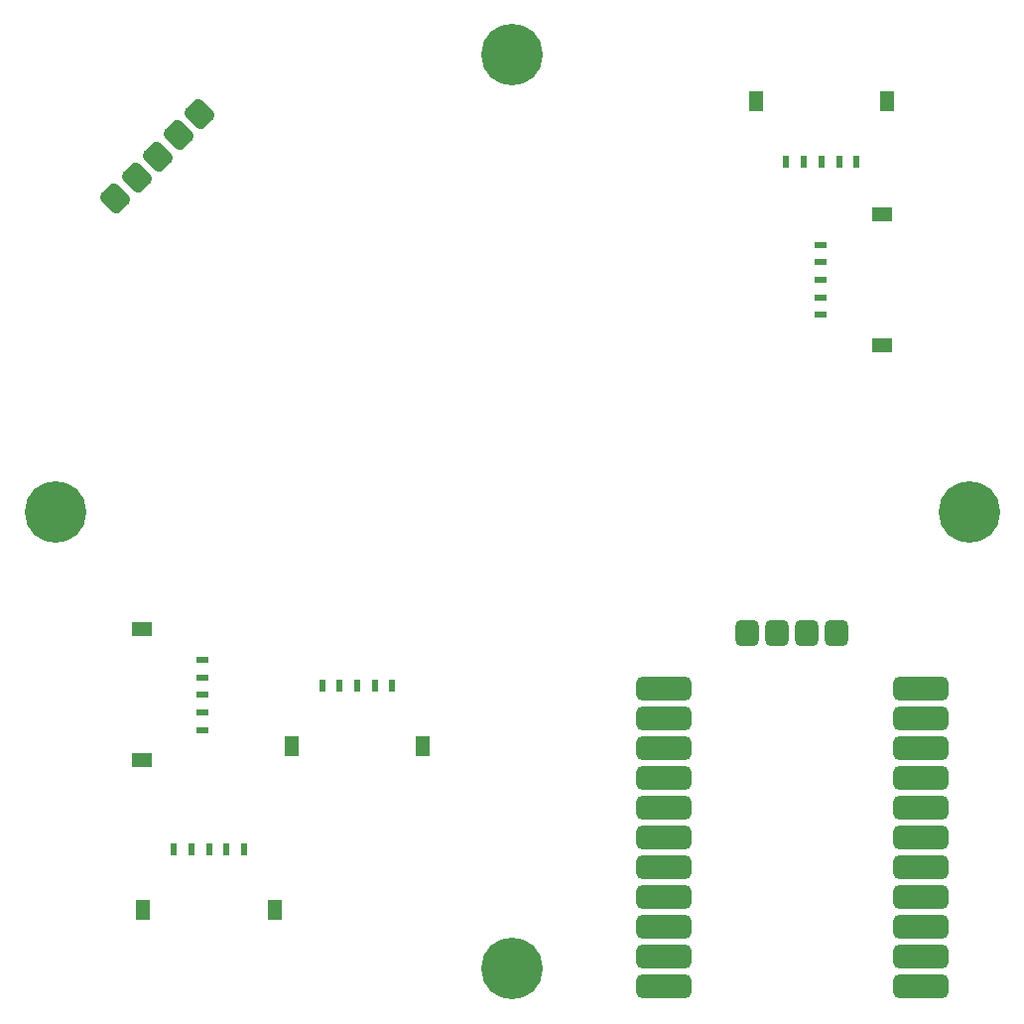
<source format=gbr>
%TF.GenerationSoftware,KiCad,Pcbnew,8.0.2-1*%
%TF.CreationDate,2024-05-28T20:36:57-07:00*%
%TF.ProjectId,solar-panel-side-Z,736f6c61-722d-4706-916e-656c2d736964,3.1*%
%TF.SameCoordinates,Original*%
%TF.FileFunction,Soldermask,Bot*%
%TF.FilePolarity,Negative*%
%FSLAX46Y46*%
G04 Gerber Fmt 4.6, Leading zero omitted, Abs format (unit mm)*
G04 Created by KiCad (PCBNEW 8.0.2-1) date 2024-05-28 20:36:57*
%MOMM*%
%LPD*%
G01*
G04 APERTURE LIST*
G04 Aperture macros list*
%AMRoundRect*
0 Rectangle with rounded corners*
0 $1 Rounding radius*
0 $2 $3 $4 $5 $6 $7 $8 $9 X,Y pos of 4 corners*
0 Add a 4 corners polygon primitive as box body*
4,1,4,$2,$3,$4,$5,$6,$7,$8,$9,$2,$3,0*
0 Add four circle primitives for the rounded corners*
1,1,$1+$1,$2,$3*
1,1,$1+$1,$4,$5*
1,1,$1+$1,$6,$7*
1,1,$1+$1,$8,$9*
0 Add four rect primitives between the rounded corners*
20,1,$1+$1,$2,$3,$4,$5,0*
20,1,$1+$1,$4,$5,$6,$7,0*
20,1,$1+$1,$6,$7,$8,$9,0*
20,1,$1+$1,$8,$9,$2,$3,0*%
G04 Aperture macros list end*
%ADD10C,5.250000*%
%ADD11R,0.600000X1.000000*%
%ADD12R,1.250000X1.800000*%
%ADD13R,1.000000X0.600000*%
%ADD14R,1.800000X1.250000*%
%ADD15RoundRect,0.500000X1.860000X0.500000X-1.860000X0.500000X-1.860000X-0.500000X1.860000X-0.500000X0*%
%ADD16RoundRect,0.500000X0.500000X-0.635000X0.500000X0.635000X-0.500000X0.635000X-0.500000X-0.635000X0*%
%ADD17RoundRect,0.500000X0.802566X-0.095459X-0.095459X0.802566X-0.802566X0.095459X0.095459X-0.802566X0*%
G04 APERTURE END LIST*
D10*
%TO.C,J4*%
X110500000Y-85000000D03*
%TD*%
%TO.C,J5*%
X149500000Y-124000000D03*
%TD*%
%TO.C,J6*%
X149500000Y-46000000D03*
%TD*%
%TO.C,J7*%
X188500000Y-85000000D03*
%TD*%
D11*
%TO.C,J1*%
X139278501Y-99850000D03*
X137778501Y-99850000D03*
X136278502Y-99850000D03*
X134778500Y-99850000D03*
X133278500Y-99850000D03*
D12*
X141883500Y-105040000D03*
X130673502Y-105040000D03*
%TD*%
D11*
%TO.C,J9*%
X126618501Y-113810000D03*
X125118501Y-113810000D03*
X123618502Y-113810000D03*
X122118500Y-113810000D03*
X120618500Y-113810000D03*
D12*
X129223500Y-119000000D03*
X118013502Y-119000000D03*
%TD*%
D11*
%TO.C,J3*%
X172881499Y-55130001D03*
X174381499Y-55130001D03*
X175881498Y-55130001D03*
X177381500Y-55130001D03*
X178881500Y-55130001D03*
D12*
X170276500Y-49940001D03*
X181486498Y-49940001D03*
%TD*%
D13*
%TO.C,J8*%
X175830000Y-62211499D03*
X175830000Y-63711499D03*
X175830000Y-65211498D03*
X175830000Y-66711500D03*
X175830000Y-68211500D03*
D14*
X181020000Y-59606500D03*
X181020000Y-70816498D03*
%TD*%
D15*
%TO.C,U4*%
X184400000Y-100080000D03*
X184400000Y-102620000D03*
X184400000Y-105160000D03*
X184400000Y-107700000D03*
X184400000Y-110240000D03*
X184400000Y-112780000D03*
X184400000Y-115320000D03*
X184400000Y-117860000D03*
X184400000Y-120400000D03*
X184400000Y-122940000D03*
X184400000Y-125480000D03*
X162440000Y-100080000D03*
X162440000Y-102620000D03*
X162440000Y-105160000D03*
X162440000Y-107700000D03*
X162440000Y-110240000D03*
X162440000Y-112780000D03*
X162440000Y-115320000D03*
X162440000Y-117860000D03*
X162440000Y-120400000D03*
X162440000Y-122940000D03*
X162440000Y-125480000D03*
D16*
X177160000Y-95365000D03*
X174620000Y-95365000D03*
X172080000Y-95365000D03*
X169540000Y-95365000D03*
%TD*%
D13*
%TO.C,J2*%
X123080001Y-103618501D03*
X123080001Y-102118501D03*
X123080001Y-100618502D03*
X123080001Y-99118500D03*
X123080001Y-97618500D03*
D14*
X117890001Y-106223500D03*
X117890001Y-95013502D03*
%TD*%
D17*
%TO.C,U5*%
X122850038Y-51083027D03*
X121053987Y-52879078D03*
X119257936Y-54675129D03*
X117437843Y-56447139D03*
X115641792Y-58243190D03*
%TD*%
M02*

</source>
